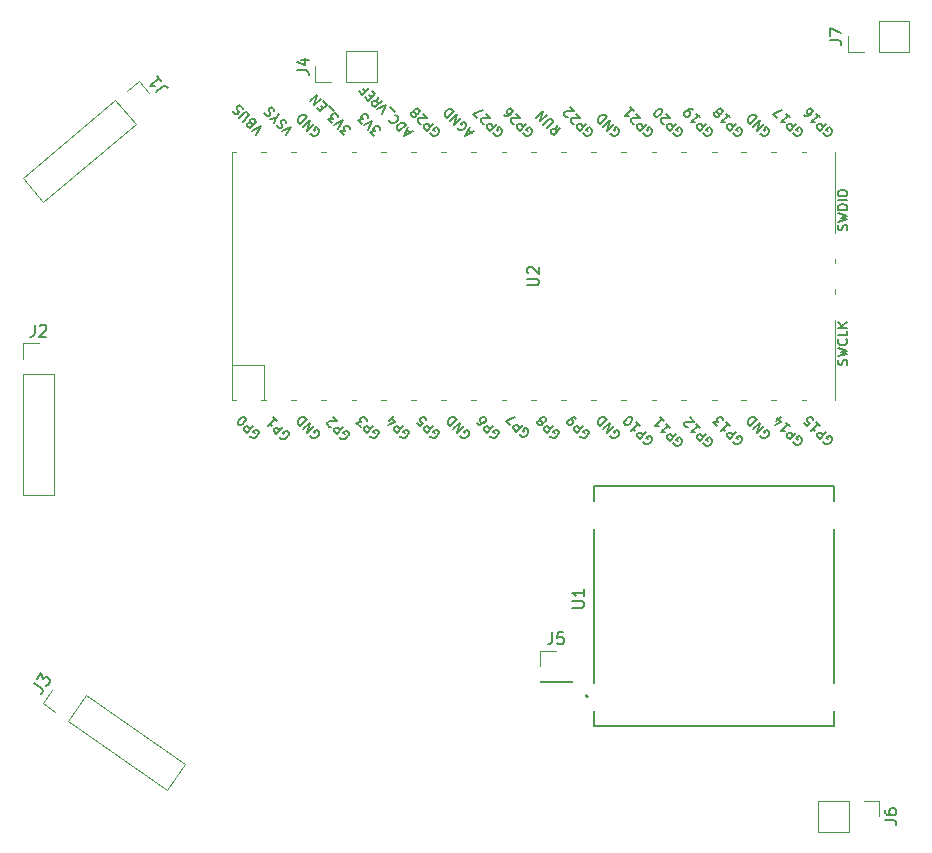
<source format=gto>
G04 #@! TF.GenerationSoftware,KiCad,Pcbnew,(6.0.9)*
G04 #@! TF.CreationDate,2022-12-03T11:20:38+05:30*
G04 #@! TF.ProjectId,micromouseus,6d696372-6f6d-46f7-9573-6575732e6b69,rev?*
G04 #@! TF.SameCoordinates,Original*
G04 #@! TF.FileFunction,Legend,Top*
G04 #@! TF.FilePolarity,Positive*
%FSLAX46Y46*%
G04 Gerber Fmt 4.6, Leading zero omitted, Abs format (unit mm)*
G04 Created by KiCad (PCBNEW (6.0.9)) date 2022-12-03 11:20:38*
%MOMM*%
%LPD*%
G01*
G04 APERTURE LIST*
G04 Aperture macros list*
%AMHorizOval*
0 Thick line with rounded ends*
0 $1 width*
0 $2 $3 position (X,Y) of the first rounded end (center of the circle)*
0 $4 $5 position (X,Y) of the second rounded end (center of the circle)*
0 Add line between two ends*
20,1,$1,$2,$3,$4,$5,0*
0 Add two circle primitives to create the rounded ends*
1,1,$1,$2,$3*
1,1,$1,$4,$5*%
%AMRotRect*
0 Rectangle, with rotation*
0 The origin of the aperture is its center*
0 $1 length*
0 $2 width*
0 $3 Rotation angle, in degrees counterclockwise*
0 Add horizontal line*
21,1,$1,$2,0,0,$3*%
G04 Aperture macros list end*
%ADD10C,0.150000*%
%ADD11C,0.120000*%
%ADD12C,0.127000*%
%ADD13C,0.200000*%
%ADD14O,1.800000X1.800000*%
%ADD15O,1.500000X1.500000*%
%ADD16O,1.700000X1.700000*%
%ADD17R,1.700000X3.500000*%
%ADD18R,1.700000X1.700000*%
%ADD19R,3.500000X1.700000*%
%ADD20C,1.980000*%
%ADD21RotRect,1.700000X1.700000X55.000000*%
%ADD22HorizOval,1.700000X0.000000X0.000000X0.000000X0.000000X0*%
%ADD23RotRect,1.700000X1.700000X310.000000*%
%ADD24HorizOval,1.700000X0.000000X0.000000X0.000000X0.000000X0*%
G04 APERTURE END LIST*
D10*
X154392380Y-76961904D02*
X155201904Y-76961904D01*
X155297142Y-76914285D01*
X155344761Y-76866666D01*
X155392380Y-76771428D01*
X155392380Y-76580952D01*
X155344761Y-76485714D01*
X155297142Y-76438095D01*
X155201904Y-76390476D01*
X154392380Y-76390476D01*
X154487619Y-75961904D02*
X154440000Y-75914285D01*
X154392380Y-75819047D01*
X154392380Y-75580952D01*
X154440000Y-75485714D01*
X154487619Y-75438095D01*
X154582857Y-75390476D01*
X154678095Y-75390476D01*
X154820952Y-75438095D01*
X155392380Y-76009523D01*
X155392380Y-75390476D01*
X166760592Y-90356277D02*
X166787529Y-90437089D01*
X166868341Y-90517902D01*
X166976091Y-90571776D01*
X167083841Y-90571776D01*
X167164653Y-90544839D01*
X167299340Y-90464027D01*
X167380152Y-90383215D01*
X167460964Y-90248528D01*
X167487902Y-90167715D01*
X167487902Y-90059966D01*
X167434027Y-89952216D01*
X167380152Y-89898341D01*
X167272402Y-89844467D01*
X167218528Y-89844467D01*
X167029966Y-90033028D01*
X167137715Y-90140778D01*
X167029966Y-89548155D02*
X166464280Y-90113841D01*
X166248781Y-89898341D01*
X166221844Y-89817529D01*
X166221844Y-89763654D01*
X166248781Y-89682842D01*
X166329593Y-89602030D01*
X166410406Y-89575093D01*
X166464280Y-89575093D01*
X166545093Y-89602030D01*
X166760592Y-89817529D01*
X166167969Y-88686158D02*
X166491218Y-89009407D01*
X166329593Y-88847783D02*
X165763908Y-89413468D01*
X165898595Y-89386531D01*
X166006345Y-89386531D01*
X166087157Y-89413468D01*
X165629221Y-88147410D02*
X165952470Y-88470659D01*
X165790845Y-88309035D02*
X165225160Y-88874720D01*
X165359847Y-88847783D01*
X165467597Y-88847783D01*
X165548409Y-88874720D01*
X149680964Y-64048402D02*
X149411590Y-63779028D01*
X149896463Y-63940653D02*
X149142216Y-64317776D01*
X149519340Y-63563529D01*
X148495719Y-63617404D02*
X148522656Y-63698216D01*
X148603468Y-63779028D01*
X148711218Y-63832903D01*
X148818967Y-63832903D01*
X148899780Y-63805966D01*
X149034467Y-63725154D01*
X149115279Y-63644341D01*
X149196091Y-63509654D01*
X149223028Y-63428842D01*
X149223028Y-63321093D01*
X149169154Y-63213343D01*
X149115279Y-63159468D01*
X149007529Y-63105593D01*
X148953654Y-63105593D01*
X148765093Y-63294155D01*
X148872842Y-63401905D01*
X148765093Y-62809282D02*
X148199407Y-63374967D01*
X148441844Y-62486033D01*
X147876158Y-63051719D01*
X148172470Y-62216659D02*
X147606784Y-62782345D01*
X147472097Y-62647658D01*
X147418223Y-62539908D01*
X147418223Y-62432158D01*
X147445160Y-62351346D01*
X147525972Y-62216659D01*
X147606784Y-62135847D01*
X147741471Y-62055035D01*
X147822284Y-62028097D01*
X147930033Y-62028097D01*
X148037783Y-62081972D01*
X148172470Y-62216659D01*
X174138155Y-64113841D02*
X174165093Y-64194653D01*
X174245905Y-64275465D01*
X174353654Y-64329340D01*
X174461404Y-64329340D01*
X174542216Y-64302402D01*
X174676903Y-64221590D01*
X174757715Y-64140778D01*
X174838528Y-64006091D01*
X174865465Y-63925279D01*
X174865465Y-63817529D01*
X174811590Y-63709780D01*
X174757715Y-63655905D01*
X174649966Y-63602030D01*
X174596091Y-63602030D01*
X174407529Y-63790592D01*
X174515279Y-63898341D01*
X174407529Y-63305719D02*
X173841844Y-63871404D01*
X174084280Y-62982470D01*
X173518595Y-63548155D01*
X173814906Y-62713096D02*
X173249221Y-63278781D01*
X173114534Y-63144094D01*
X173060659Y-63036345D01*
X173060659Y-62928595D01*
X173087597Y-62847783D01*
X173168409Y-62713096D01*
X173249221Y-62632284D01*
X173383908Y-62551471D01*
X173464720Y-62524534D01*
X173572470Y-62524534D01*
X173680219Y-62578409D01*
X173814906Y-62713096D01*
X131467309Y-64246870D02*
X131844433Y-63492622D01*
X131090186Y-63869746D01*
X130982436Y-63223248D02*
X130928561Y-63115499D01*
X130928561Y-63061624D01*
X130955499Y-62980812D01*
X131036311Y-62900000D01*
X131117123Y-62873062D01*
X131170998Y-62873062D01*
X131251810Y-62900000D01*
X131467309Y-63115499D01*
X130901624Y-63681184D01*
X130713062Y-63492622D01*
X130686125Y-63411810D01*
X130686125Y-63357935D01*
X130713062Y-63277123D01*
X130766937Y-63223248D01*
X130847749Y-63196311D01*
X130901624Y-63196311D01*
X130982436Y-63223248D01*
X131170998Y-63411810D01*
X130335938Y-63115499D02*
X130793874Y-62657563D01*
X130820812Y-62576751D01*
X130820812Y-62522876D01*
X130793874Y-62442064D01*
X130686125Y-62334314D01*
X130605312Y-62307377D01*
X130551438Y-62307377D01*
X130470625Y-62334314D01*
X130012690Y-62792250D01*
X130309001Y-62011065D02*
X130255126Y-61903316D01*
X130120439Y-61768629D01*
X130039627Y-61741691D01*
X129985752Y-61741691D01*
X129904940Y-61768629D01*
X129851065Y-61822503D01*
X129824128Y-61903316D01*
X129824128Y-61957190D01*
X129851065Y-62038003D01*
X129931877Y-62172690D01*
X129958815Y-62253502D01*
X129958815Y-62307377D01*
X129931877Y-62388189D01*
X129878003Y-62442064D01*
X129797190Y-62469001D01*
X129743316Y-62469001D01*
X129662503Y-62442064D01*
X129527816Y-62307377D01*
X129473942Y-62199627D01*
X136038155Y-64113841D02*
X136065093Y-64194653D01*
X136145905Y-64275465D01*
X136253654Y-64329340D01*
X136361404Y-64329340D01*
X136442216Y-64302402D01*
X136576903Y-64221590D01*
X136657715Y-64140778D01*
X136738528Y-64006091D01*
X136765465Y-63925279D01*
X136765465Y-63817529D01*
X136711590Y-63709780D01*
X136657715Y-63655905D01*
X136549966Y-63602030D01*
X136496091Y-63602030D01*
X136307529Y-63790592D01*
X136415279Y-63898341D01*
X136307529Y-63305719D02*
X135741844Y-63871404D01*
X135984280Y-62982470D01*
X135418595Y-63548155D01*
X135714906Y-62713096D02*
X135149221Y-63278781D01*
X135014534Y-63144094D01*
X134960659Y-63036345D01*
X134960659Y-62928595D01*
X134987597Y-62847783D01*
X135068409Y-62713096D01*
X135149221Y-62632284D01*
X135283908Y-62551471D01*
X135364720Y-62524534D01*
X135472470Y-62524534D01*
X135580219Y-62578409D01*
X135714906Y-62713096D01*
X171840592Y-90210277D02*
X171867529Y-90291089D01*
X171948341Y-90371902D01*
X172056091Y-90425776D01*
X172163841Y-90425776D01*
X172244653Y-90398839D01*
X172379340Y-90318027D01*
X172460152Y-90237215D01*
X172540964Y-90102528D01*
X172567902Y-90021715D01*
X172567902Y-89913966D01*
X172514027Y-89806216D01*
X172460152Y-89752341D01*
X172352402Y-89698467D01*
X172298528Y-89698467D01*
X172109966Y-89887028D01*
X172217715Y-89994778D01*
X172109966Y-89402155D02*
X171544280Y-89967841D01*
X171328781Y-89752341D01*
X171301844Y-89671529D01*
X171301844Y-89617654D01*
X171328781Y-89536842D01*
X171409593Y-89456030D01*
X171490406Y-89429093D01*
X171544280Y-89429093D01*
X171625093Y-89456030D01*
X171840592Y-89671529D01*
X171247969Y-88540158D02*
X171571218Y-88863407D01*
X171409593Y-88701783D02*
X170843908Y-89267468D01*
X170978595Y-89240531D01*
X171086345Y-89240531D01*
X171167157Y-89267468D01*
X170493722Y-88917282D02*
X170143536Y-88567096D01*
X170547597Y-88540158D01*
X170466784Y-88459346D01*
X170439847Y-88378534D01*
X170439847Y-88324659D01*
X170466784Y-88243847D01*
X170601471Y-88109160D01*
X170682284Y-88082223D01*
X170736158Y-88082223D01*
X170816971Y-88109160D01*
X170978595Y-88270784D01*
X171005532Y-88351597D01*
X171005532Y-88405471D01*
X144473773Y-64045211D02*
X144204399Y-63775837D01*
X144689272Y-63937462D02*
X143935025Y-64314585D01*
X144312149Y-63560338D01*
X144123587Y-63371776D02*
X143557902Y-63937462D01*
X143423215Y-63802775D01*
X143369340Y-63695025D01*
X143369340Y-63587276D01*
X143396277Y-63506463D01*
X143477089Y-63371776D01*
X143557902Y-63290964D01*
X143692589Y-63210152D01*
X143773401Y-63183215D01*
X143881150Y-63183215D01*
X143988900Y-63237089D01*
X144123587Y-63371776D01*
X143180778Y-62536717D02*
X143234653Y-62536717D01*
X143342402Y-62590592D01*
X143396277Y-62644467D01*
X143450152Y-62752216D01*
X143450152Y-62859966D01*
X143423215Y-62940778D01*
X143342402Y-63075465D01*
X143261590Y-63156277D01*
X143126903Y-63237089D01*
X143046091Y-63264027D01*
X142938341Y-63264027D01*
X142830592Y-63210152D01*
X142776717Y-63156277D01*
X142722842Y-63048528D01*
X142722842Y-62994653D01*
X143180778Y-62321218D02*
X142749780Y-61890219D01*
X142076345Y-62455905D02*
X142453468Y-61701658D01*
X141699221Y-62078781D01*
X141753096Y-61001285D02*
X141672284Y-61459221D01*
X142076345Y-61324534D02*
X141510659Y-61890219D01*
X141295160Y-61674720D01*
X141268223Y-61593908D01*
X141268223Y-61540033D01*
X141295160Y-61459221D01*
X141375972Y-61378409D01*
X141456784Y-61351471D01*
X141510659Y-61351471D01*
X141591471Y-61378409D01*
X141806971Y-61593908D01*
X141214348Y-61055160D02*
X141025786Y-60866598D01*
X141241285Y-60489475D02*
X141510659Y-60758849D01*
X140944974Y-61324534D01*
X140675600Y-61055160D01*
X140513975Y-60354788D02*
X140702537Y-60543349D01*
X140998849Y-60247038D02*
X140433163Y-60812723D01*
X140163789Y-60543349D01*
X143631218Y-89686903D02*
X143658155Y-89767715D01*
X143738967Y-89848528D01*
X143846717Y-89902402D01*
X143954467Y-89902402D01*
X144035279Y-89875465D01*
X144169966Y-89794653D01*
X144250778Y-89713841D01*
X144331590Y-89579154D01*
X144358528Y-89498341D01*
X144358528Y-89390592D01*
X144304653Y-89282842D01*
X144250778Y-89228967D01*
X144143028Y-89175093D01*
X144089154Y-89175093D01*
X143900592Y-89363654D01*
X144008341Y-89471404D01*
X143900592Y-88878781D02*
X143334906Y-89444467D01*
X143119407Y-89228967D01*
X143092470Y-89148155D01*
X143092470Y-89094280D01*
X143119407Y-89013468D01*
X143200219Y-88932656D01*
X143281032Y-88905719D01*
X143334906Y-88905719D01*
X143415719Y-88932656D01*
X143631218Y-89148155D01*
X142715346Y-88447783D02*
X143092470Y-88070659D01*
X142634534Y-88797969D02*
X143173282Y-88528595D01*
X142823096Y-88178409D01*
X153761218Y-89586903D02*
X153788155Y-89667715D01*
X153868967Y-89748528D01*
X153976717Y-89802402D01*
X154084467Y-89802402D01*
X154165279Y-89775465D01*
X154299966Y-89694653D01*
X154380778Y-89613841D01*
X154461590Y-89479154D01*
X154488528Y-89398341D01*
X154488528Y-89290592D01*
X154434653Y-89182842D01*
X154380778Y-89128967D01*
X154273028Y-89075093D01*
X154219154Y-89075093D01*
X154030592Y-89263654D01*
X154138341Y-89371404D01*
X154030592Y-88778781D02*
X153464906Y-89344467D01*
X153249407Y-89128967D01*
X153222470Y-89048155D01*
X153222470Y-88994280D01*
X153249407Y-88913468D01*
X153330219Y-88832656D01*
X153411032Y-88805719D01*
X153464906Y-88805719D01*
X153545719Y-88832656D01*
X153761218Y-89048155D01*
X152953096Y-88832656D02*
X152575972Y-88455532D01*
X153384094Y-88132284D01*
X179460592Y-90210277D02*
X179487529Y-90291089D01*
X179568341Y-90371902D01*
X179676091Y-90425776D01*
X179783841Y-90425776D01*
X179864653Y-90398839D01*
X179999340Y-90318027D01*
X180080152Y-90237215D01*
X180160964Y-90102528D01*
X180187902Y-90021715D01*
X180187902Y-89913966D01*
X180134027Y-89806216D01*
X180080152Y-89752341D01*
X179972402Y-89698467D01*
X179918528Y-89698467D01*
X179729966Y-89887028D01*
X179837715Y-89994778D01*
X179729966Y-89402155D02*
X179164280Y-89967841D01*
X178948781Y-89752341D01*
X178921844Y-89671529D01*
X178921844Y-89617654D01*
X178948781Y-89536842D01*
X179029593Y-89456030D01*
X179110406Y-89429093D01*
X179164280Y-89429093D01*
X179245093Y-89456030D01*
X179460592Y-89671529D01*
X178867969Y-88540158D02*
X179191218Y-88863407D01*
X179029593Y-88701783D02*
X178463908Y-89267468D01*
X178598595Y-89240531D01*
X178706345Y-89240531D01*
X178787157Y-89267468D01*
X177790473Y-88594033D02*
X178059847Y-88863407D01*
X178356158Y-88620971D01*
X178302284Y-88620971D01*
X178221471Y-88594033D01*
X178086784Y-88459346D01*
X178059847Y-88378534D01*
X178059847Y-88324659D01*
X178086784Y-88243847D01*
X178221471Y-88109160D01*
X178302284Y-88082223D01*
X178356158Y-88082223D01*
X178436971Y-88109160D01*
X178571658Y-88243847D01*
X178598595Y-88324659D01*
X178598595Y-88378534D01*
X176920592Y-64102277D02*
X176947529Y-64183089D01*
X177028341Y-64263902D01*
X177136091Y-64317776D01*
X177243841Y-64317776D01*
X177324653Y-64290839D01*
X177459340Y-64210027D01*
X177540152Y-64129215D01*
X177620964Y-63994528D01*
X177647902Y-63913715D01*
X177647902Y-63805966D01*
X177594027Y-63698216D01*
X177540152Y-63644341D01*
X177432402Y-63590467D01*
X177378528Y-63590467D01*
X177189966Y-63779028D01*
X177297715Y-63886778D01*
X177189966Y-63294155D02*
X176624280Y-63859841D01*
X176408781Y-63644341D01*
X176381844Y-63563529D01*
X176381844Y-63509654D01*
X176408781Y-63428842D01*
X176489593Y-63348030D01*
X176570406Y-63321093D01*
X176624280Y-63321093D01*
X176705093Y-63348030D01*
X176920592Y-63563529D01*
X176327969Y-62432158D02*
X176651218Y-62755407D01*
X176489593Y-62593783D02*
X175923908Y-63159468D01*
X176058595Y-63132531D01*
X176166345Y-63132531D01*
X176247157Y-63159468D01*
X175573722Y-62809282D02*
X175196598Y-62432158D01*
X176004720Y-62108910D01*
X154060592Y-64102277D02*
X154087529Y-64183089D01*
X154168341Y-64263902D01*
X154276091Y-64317776D01*
X154383841Y-64317776D01*
X154464653Y-64290839D01*
X154599340Y-64210027D01*
X154680152Y-64129215D01*
X154760964Y-63994528D01*
X154787902Y-63913715D01*
X154787902Y-63805966D01*
X154734027Y-63698216D01*
X154680152Y-63644341D01*
X154572402Y-63590467D01*
X154518528Y-63590467D01*
X154329966Y-63779028D01*
X154437715Y-63886778D01*
X154329966Y-63294155D02*
X153764280Y-63859841D01*
X153548781Y-63644341D01*
X153521844Y-63563529D01*
X153521844Y-63509654D01*
X153548781Y-63428842D01*
X153629593Y-63348030D01*
X153710406Y-63321093D01*
X153764280Y-63321093D01*
X153845093Y-63348030D01*
X154060592Y-63563529D01*
X153279407Y-63267218D02*
X153225532Y-63267218D01*
X153144720Y-63240280D01*
X153010033Y-63105593D01*
X152983096Y-63024781D01*
X152983096Y-62970906D01*
X153010033Y-62890094D01*
X153063908Y-62836219D01*
X153171658Y-62782345D01*
X153818155Y-62782345D01*
X153467969Y-62432158D01*
X152417410Y-62512971D02*
X152525160Y-62620720D01*
X152605972Y-62647658D01*
X152659847Y-62647658D01*
X152794534Y-62620720D01*
X152929221Y-62539908D01*
X153144720Y-62324409D01*
X153171658Y-62243597D01*
X153171658Y-62189722D01*
X153144720Y-62108910D01*
X153036971Y-62001160D01*
X152956158Y-61974223D01*
X152902284Y-61974223D01*
X152821471Y-62001160D01*
X152686784Y-62135847D01*
X152659847Y-62216659D01*
X152659847Y-62270534D01*
X152686784Y-62351346D01*
X152794534Y-62459096D01*
X152875346Y-62486033D01*
X152929221Y-62486033D01*
X153010033Y-62459096D01*
X181463809Y-83709523D02*
X181501904Y-83595238D01*
X181501904Y-83404761D01*
X181463809Y-83328571D01*
X181425714Y-83290476D01*
X181349523Y-83252380D01*
X181273333Y-83252380D01*
X181197142Y-83290476D01*
X181159047Y-83328571D01*
X181120952Y-83404761D01*
X181082857Y-83557142D01*
X181044761Y-83633333D01*
X181006666Y-83671428D01*
X180930476Y-83709523D01*
X180854285Y-83709523D01*
X180778095Y-83671428D01*
X180740000Y-83633333D01*
X180701904Y-83557142D01*
X180701904Y-83366666D01*
X180740000Y-83252380D01*
X180701904Y-82985714D02*
X181501904Y-82795238D01*
X180930476Y-82642857D01*
X181501904Y-82490476D01*
X180701904Y-82300000D01*
X181425714Y-81538095D02*
X181463809Y-81576190D01*
X181501904Y-81690476D01*
X181501904Y-81766666D01*
X181463809Y-81880952D01*
X181387619Y-81957142D01*
X181311428Y-81995238D01*
X181159047Y-82033333D01*
X181044761Y-82033333D01*
X180892380Y-81995238D01*
X180816190Y-81957142D01*
X180740000Y-81880952D01*
X180701904Y-81766666D01*
X180701904Y-81690476D01*
X180740000Y-81576190D01*
X180778095Y-81538095D01*
X181501904Y-80814285D02*
X181501904Y-81195238D01*
X180701904Y-81195238D01*
X181501904Y-80547619D02*
X180701904Y-80547619D01*
X181501904Y-80090476D02*
X181044761Y-80433333D01*
X180701904Y-80090476D02*
X181159047Y-80547619D01*
X138898308Y-64277868D02*
X138548122Y-63927682D01*
X138952183Y-63900744D01*
X138871370Y-63819932D01*
X138844433Y-63739120D01*
X138844433Y-63685245D01*
X138871370Y-63604433D01*
X139006057Y-63469746D01*
X139086870Y-63442809D01*
X139140744Y-63442809D01*
X139221557Y-63469746D01*
X139383181Y-63631370D01*
X139410118Y-63712183D01*
X139410118Y-63766057D01*
X138386497Y-63766057D02*
X138763621Y-63011810D01*
X138009374Y-63388934D01*
X137874687Y-63254247D02*
X137524500Y-62904061D01*
X137928561Y-62877123D01*
X137847749Y-62796311D01*
X137820812Y-62715499D01*
X137820812Y-62661624D01*
X137847749Y-62580812D01*
X137982436Y-62446125D01*
X138063248Y-62419187D01*
X138117123Y-62419187D01*
X138197935Y-62446125D01*
X138359560Y-62607749D01*
X138386497Y-62688561D01*
X138386497Y-62742436D01*
X138036311Y-62176751D02*
X137605312Y-61745752D01*
X137120439Y-61961251D02*
X136931877Y-61772690D01*
X137147377Y-61395566D02*
X137416751Y-61664940D01*
X136851065Y-62230625D01*
X136581691Y-61961251D01*
X136904940Y-61153129D02*
X136339255Y-61718815D01*
X136581691Y-60829881D01*
X136016006Y-61395566D01*
X141430592Y-64310152D02*
X141080406Y-63959966D01*
X141484467Y-63933028D01*
X141403654Y-63852216D01*
X141376717Y-63771404D01*
X141376717Y-63717529D01*
X141403654Y-63636717D01*
X141538341Y-63502030D01*
X141619154Y-63475093D01*
X141673028Y-63475093D01*
X141753841Y-63502030D01*
X141915465Y-63663654D01*
X141942402Y-63744467D01*
X141942402Y-63798341D01*
X140918781Y-63798341D02*
X141295905Y-63044094D01*
X140541658Y-63421218D01*
X140406971Y-63286531D02*
X140056784Y-62936345D01*
X140460845Y-62909407D01*
X140380033Y-62828595D01*
X140353096Y-62747783D01*
X140353096Y-62693908D01*
X140380033Y-62613096D01*
X140514720Y-62478409D01*
X140595532Y-62451471D01*
X140649407Y-62451471D01*
X140730219Y-62478409D01*
X140891844Y-62640033D01*
X140918781Y-62720845D01*
X140918781Y-62774720D01*
X156331218Y-89686903D02*
X156358155Y-89767715D01*
X156438967Y-89848528D01*
X156546717Y-89902402D01*
X156654467Y-89902402D01*
X156735279Y-89875465D01*
X156869966Y-89794653D01*
X156950778Y-89713841D01*
X157031590Y-89579154D01*
X157058528Y-89498341D01*
X157058528Y-89390592D01*
X157004653Y-89282842D01*
X156950778Y-89228967D01*
X156843028Y-89175093D01*
X156789154Y-89175093D01*
X156600592Y-89363654D01*
X156708341Y-89471404D01*
X156600592Y-88878781D02*
X156034906Y-89444467D01*
X155819407Y-89228967D01*
X155792470Y-89148155D01*
X155792470Y-89094280D01*
X155819407Y-89013468D01*
X155900219Y-88932656D01*
X155981032Y-88905719D01*
X156034906Y-88905719D01*
X156115719Y-88932656D01*
X156331218Y-89148155D01*
X155630845Y-88555532D02*
X155657783Y-88636345D01*
X155657783Y-88690219D01*
X155630845Y-88771032D01*
X155603908Y-88797969D01*
X155523096Y-88824906D01*
X155469221Y-88824906D01*
X155388409Y-88797969D01*
X155280659Y-88690219D01*
X155253722Y-88609407D01*
X155253722Y-88555532D01*
X155280659Y-88474720D01*
X155307597Y-88447783D01*
X155388409Y-88420845D01*
X155442284Y-88420845D01*
X155523096Y-88447783D01*
X155630845Y-88555532D01*
X155711658Y-88582470D01*
X155765532Y-88582470D01*
X155846345Y-88555532D01*
X155954094Y-88447783D01*
X155981032Y-88366971D01*
X155981032Y-88313096D01*
X155954094Y-88232284D01*
X155846345Y-88124534D01*
X155765532Y-88097597D01*
X155711658Y-88097597D01*
X155630845Y-88124534D01*
X155523096Y-88232284D01*
X155496158Y-88313096D01*
X155496158Y-88366971D01*
X155523096Y-88447783D01*
X179460592Y-64102277D02*
X179487529Y-64183089D01*
X179568341Y-64263902D01*
X179676091Y-64317776D01*
X179783841Y-64317776D01*
X179864653Y-64290839D01*
X179999340Y-64210027D01*
X180080152Y-64129215D01*
X180160964Y-63994528D01*
X180187902Y-63913715D01*
X180187902Y-63805966D01*
X180134027Y-63698216D01*
X180080152Y-63644341D01*
X179972402Y-63590467D01*
X179918528Y-63590467D01*
X179729966Y-63779028D01*
X179837715Y-63886778D01*
X179729966Y-63294155D02*
X179164280Y-63859841D01*
X178948781Y-63644341D01*
X178921844Y-63563529D01*
X178921844Y-63509654D01*
X178948781Y-63428842D01*
X179029593Y-63348030D01*
X179110406Y-63321093D01*
X179164280Y-63321093D01*
X179245093Y-63348030D01*
X179460592Y-63563529D01*
X178867969Y-62432158D02*
X179191218Y-62755407D01*
X179029593Y-62593783D02*
X178463908Y-63159468D01*
X178598595Y-63132531D01*
X178706345Y-63132531D01*
X178787157Y-63159468D01*
X177817410Y-62512971D02*
X177925160Y-62620720D01*
X178005972Y-62647658D01*
X178059847Y-62647658D01*
X178194534Y-62620720D01*
X178329221Y-62539908D01*
X178544720Y-62324409D01*
X178571658Y-62243597D01*
X178571658Y-62189722D01*
X178544720Y-62108910D01*
X178436971Y-62001160D01*
X178356158Y-61974223D01*
X178302284Y-61974223D01*
X178221471Y-62001160D01*
X178086784Y-62135847D01*
X178059847Y-62216659D01*
X178059847Y-62270534D01*
X178086784Y-62351346D01*
X178194534Y-62459096D01*
X178275346Y-62486033D01*
X178329221Y-62486033D01*
X178410033Y-62459096D01*
X161438155Y-64113841D02*
X161465093Y-64194653D01*
X161545905Y-64275465D01*
X161653654Y-64329340D01*
X161761404Y-64329340D01*
X161842216Y-64302402D01*
X161976903Y-64221590D01*
X162057715Y-64140778D01*
X162138528Y-64006091D01*
X162165465Y-63925279D01*
X162165465Y-63817529D01*
X162111590Y-63709780D01*
X162057715Y-63655905D01*
X161949966Y-63602030D01*
X161896091Y-63602030D01*
X161707529Y-63790592D01*
X161815279Y-63898341D01*
X161707529Y-63305719D02*
X161141844Y-63871404D01*
X161384280Y-62982470D01*
X160818595Y-63548155D01*
X161114906Y-62713096D02*
X160549221Y-63278781D01*
X160414534Y-63144094D01*
X160360659Y-63036345D01*
X160360659Y-62928595D01*
X160387597Y-62847783D01*
X160468409Y-62713096D01*
X160549221Y-62632284D01*
X160683908Y-62551471D01*
X160764720Y-62524534D01*
X160872470Y-62524534D01*
X160980219Y-62578409D01*
X161114906Y-62713096D01*
X148738155Y-89713841D02*
X148765093Y-89794653D01*
X148845905Y-89875465D01*
X148953654Y-89929340D01*
X149061404Y-89929340D01*
X149142216Y-89902402D01*
X149276903Y-89821590D01*
X149357715Y-89740778D01*
X149438528Y-89606091D01*
X149465465Y-89525279D01*
X149465465Y-89417529D01*
X149411590Y-89309780D01*
X149357715Y-89255905D01*
X149249966Y-89202030D01*
X149196091Y-89202030D01*
X149007529Y-89390592D01*
X149115279Y-89498341D01*
X149007529Y-88905719D02*
X148441844Y-89471404D01*
X148684280Y-88582470D01*
X148118595Y-89148155D01*
X148414906Y-88313096D02*
X147849221Y-88878781D01*
X147714534Y-88744094D01*
X147660659Y-88636345D01*
X147660659Y-88528595D01*
X147687597Y-88447783D01*
X147768409Y-88313096D01*
X147849221Y-88232284D01*
X147983908Y-88151471D01*
X148064720Y-88124534D01*
X148172470Y-88124534D01*
X148280219Y-88178409D01*
X148414906Y-88313096D01*
X146186592Y-64102277D02*
X146213529Y-64183089D01*
X146294341Y-64263902D01*
X146402091Y-64317776D01*
X146509841Y-64317776D01*
X146590653Y-64290839D01*
X146725340Y-64210027D01*
X146806152Y-64129215D01*
X146886964Y-63994528D01*
X146913902Y-63913715D01*
X146913902Y-63805966D01*
X146860027Y-63698216D01*
X146806152Y-63644341D01*
X146698402Y-63590467D01*
X146644528Y-63590467D01*
X146455966Y-63779028D01*
X146563715Y-63886778D01*
X146455966Y-63294155D02*
X145890280Y-63859841D01*
X145674781Y-63644341D01*
X145647844Y-63563529D01*
X145647844Y-63509654D01*
X145674781Y-63428842D01*
X145755593Y-63348030D01*
X145836406Y-63321093D01*
X145890280Y-63321093D01*
X145971093Y-63348030D01*
X146186592Y-63563529D01*
X145405407Y-63267218D02*
X145351532Y-63267218D01*
X145270720Y-63240280D01*
X145136033Y-63105593D01*
X145109096Y-63024781D01*
X145109096Y-62970906D01*
X145136033Y-62890094D01*
X145189908Y-62836219D01*
X145297658Y-62782345D01*
X145944155Y-62782345D01*
X145593969Y-62432158D01*
X144947471Y-62432158D02*
X144974409Y-62512971D01*
X144974409Y-62566845D01*
X144947471Y-62647658D01*
X144920534Y-62674595D01*
X144839722Y-62701532D01*
X144785847Y-62701532D01*
X144705035Y-62674595D01*
X144597285Y-62566845D01*
X144570348Y-62486033D01*
X144570348Y-62432158D01*
X144597285Y-62351346D01*
X144624223Y-62324409D01*
X144705035Y-62297471D01*
X144758910Y-62297471D01*
X144839722Y-62324409D01*
X144947471Y-62432158D01*
X145028284Y-62459096D01*
X145082158Y-62459096D01*
X145162971Y-62432158D01*
X145270720Y-62324409D01*
X145297658Y-62243597D01*
X145297658Y-62189722D01*
X145270720Y-62108910D01*
X145162971Y-62001160D01*
X145082158Y-61974223D01*
X145028284Y-61974223D01*
X144947471Y-62001160D01*
X144839722Y-62108910D01*
X144812784Y-62189722D01*
X144812784Y-62243597D01*
X144839722Y-62324409D01*
X158871218Y-89686903D02*
X158898155Y-89767715D01*
X158978967Y-89848528D01*
X159086717Y-89902402D01*
X159194467Y-89902402D01*
X159275279Y-89875465D01*
X159409966Y-89794653D01*
X159490778Y-89713841D01*
X159571590Y-89579154D01*
X159598528Y-89498341D01*
X159598528Y-89390592D01*
X159544653Y-89282842D01*
X159490778Y-89228967D01*
X159383028Y-89175093D01*
X159329154Y-89175093D01*
X159140592Y-89363654D01*
X159248341Y-89471404D01*
X159140592Y-88878781D02*
X158574906Y-89444467D01*
X158359407Y-89228967D01*
X158332470Y-89148155D01*
X158332470Y-89094280D01*
X158359407Y-89013468D01*
X158440219Y-88932656D01*
X158521032Y-88905719D01*
X158574906Y-88905719D01*
X158655719Y-88932656D01*
X158871218Y-89148155D01*
X158547969Y-88286158D02*
X158440219Y-88178409D01*
X158359407Y-88151471D01*
X158305532Y-88151471D01*
X158170845Y-88178409D01*
X158036158Y-88259221D01*
X157820659Y-88474720D01*
X157793722Y-88555532D01*
X157793722Y-88609407D01*
X157820659Y-88690219D01*
X157928409Y-88797969D01*
X158009221Y-88824906D01*
X158063096Y-88824906D01*
X158143908Y-88797969D01*
X158278595Y-88663282D01*
X158305532Y-88582470D01*
X158305532Y-88528595D01*
X158278595Y-88447783D01*
X158170845Y-88340033D01*
X158090033Y-88313096D01*
X158036158Y-88313096D01*
X157955346Y-88340033D01*
X181463809Y-72295238D02*
X181501904Y-72180952D01*
X181501904Y-71990476D01*
X181463809Y-71914285D01*
X181425714Y-71876190D01*
X181349523Y-71838095D01*
X181273333Y-71838095D01*
X181197142Y-71876190D01*
X181159047Y-71914285D01*
X181120952Y-71990476D01*
X181082857Y-72142857D01*
X181044761Y-72219047D01*
X181006666Y-72257142D01*
X180930476Y-72295238D01*
X180854285Y-72295238D01*
X180778095Y-72257142D01*
X180740000Y-72219047D01*
X180701904Y-72142857D01*
X180701904Y-71952380D01*
X180740000Y-71838095D01*
X180701904Y-71571428D02*
X181501904Y-71380952D01*
X180930476Y-71228571D01*
X181501904Y-71076190D01*
X180701904Y-70885714D01*
X181501904Y-70580952D02*
X180701904Y-70580952D01*
X180701904Y-70390476D01*
X180740000Y-70276190D01*
X180816190Y-70200000D01*
X180892380Y-70161904D01*
X181044761Y-70123809D01*
X181159047Y-70123809D01*
X181311428Y-70161904D01*
X181387619Y-70200000D01*
X181463809Y-70276190D01*
X181501904Y-70390476D01*
X181501904Y-70580952D01*
X181501904Y-69780952D02*
X180701904Y-69780952D01*
X180701904Y-69247619D02*
X180701904Y-69095238D01*
X180740000Y-69019047D01*
X180816190Y-68942857D01*
X180968571Y-68904761D01*
X181235238Y-68904761D01*
X181387619Y-68942857D01*
X181463809Y-69019047D01*
X181501904Y-69095238D01*
X181501904Y-69247619D01*
X181463809Y-69323809D01*
X181387619Y-69400000D01*
X181235238Y-69438095D01*
X180968571Y-69438095D01*
X180816190Y-69400000D01*
X180740000Y-69323809D01*
X180701904Y-69247619D01*
X146171218Y-89686903D02*
X146198155Y-89767715D01*
X146278967Y-89848528D01*
X146386717Y-89902402D01*
X146494467Y-89902402D01*
X146575279Y-89875465D01*
X146709966Y-89794653D01*
X146790778Y-89713841D01*
X146871590Y-89579154D01*
X146898528Y-89498341D01*
X146898528Y-89390592D01*
X146844653Y-89282842D01*
X146790778Y-89228967D01*
X146683028Y-89175093D01*
X146629154Y-89175093D01*
X146440592Y-89363654D01*
X146548341Y-89471404D01*
X146440592Y-88878781D02*
X145874906Y-89444467D01*
X145659407Y-89228967D01*
X145632470Y-89148155D01*
X145632470Y-89094280D01*
X145659407Y-89013468D01*
X145740219Y-88932656D01*
X145821032Y-88905719D01*
X145874906Y-88905719D01*
X145955719Y-88932656D01*
X146171218Y-89148155D01*
X145039847Y-88609407D02*
X145309221Y-88878781D01*
X145605532Y-88636345D01*
X145551658Y-88636345D01*
X145470845Y-88609407D01*
X145336158Y-88474720D01*
X145309221Y-88393908D01*
X145309221Y-88340033D01*
X145336158Y-88259221D01*
X145470845Y-88124534D01*
X145551658Y-88097597D01*
X145605532Y-88097597D01*
X145686345Y-88124534D01*
X145821032Y-88259221D01*
X145847969Y-88340033D01*
X145847969Y-88393908D01*
X130931218Y-89686903D02*
X130958155Y-89767715D01*
X131038967Y-89848528D01*
X131146717Y-89902402D01*
X131254467Y-89902402D01*
X131335279Y-89875465D01*
X131469966Y-89794653D01*
X131550778Y-89713841D01*
X131631590Y-89579154D01*
X131658528Y-89498341D01*
X131658528Y-89390592D01*
X131604653Y-89282842D01*
X131550778Y-89228967D01*
X131443028Y-89175093D01*
X131389154Y-89175093D01*
X131200592Y-89363654D01*
X131308341Y-89471404D01*
X131200592Y-88878781D02*
X130634906Y-89444467D01*
X130419407Y-89228967D01*
X130392470Y-89148155D01*
X130392470Y-89094280D01*
X130419407Y-89013468D01*
X130500219Y-88932656D01*
X130581032Y-88905719D01*
X130634906Y-88905719D01*
X130715719Y-88932656D01*
X130931218Y-89148155D01*
X129961471Y-88771032D02*
X129907597Y-88717157D01*
X129880659Y-88636345D01*
X129880659Y-88582470D01*
X129907597Y-88501658D01*
X129988409Y-88366971D01*
X130123096Y-88232284D01*
X130257783Y-88151471D01*
X130338595Y-88124534D01*
X130392470Y-88124534D01*
X130473282Y-88151471D01*
X130527157Y-88205346D01*
X130554094Y-88286158D01*
X130554094Y-88340033D01*
X130527157Y-88420845D01*
X130446345Y-88555532D01*
X130311658Y-88690219D01*
X130176971Y-88771032D01*
X130096158Y-88797969D01*
X130042284Y-88797969D01*
X129961471Y-88771032D01*
X141091218Y-89686903D02*
X141118155Y-89767715D01*
X141198967Y-89848528D01*
X141306717Y-89902402D01*
X141414467Y-89902402D01*
X141495279Y-89875465D01*
X141629966Y-89794653D01*
X141710778Y-89713841D01*
X141791590Y-89579154D01*
X141818528Y-89498341D01*
X141818528Y-89390592D01*
X141764653Y-89282842D01*
X141710778Y-89228967D01*
X141603028Y-89175093D01*
X141549154Y-89175093D01*
X141360592Y-89363654D01*
X141468341Y-89471404D01*
X141360592Y-88878781D02*
X140794906Y-89444467D01*
X140579407Y-89228967D01*
X140552470Y-89148155D01*
X140552470Y-89094280D01*
X140579407Y-89013468D01*
X140660219Y-88932656D01*
X140741032Y-88905719D01*
X140794906Y-88905719D01*
X140875719Y-88932656D01*
X141091218Y-89148155D01*
X140283096Y-88932656D02*
X139932910Y-88582470D01*
X140336971Y-88555532D01*
X140256158Y-88474720D01*
X140229221Y-88393908D01*
X140229221Y-88340033D01*
X140256158Y-88259221D01*
X140390845Y-88124534D01*
X140471658Y-88097597D01*
X140525532Y-88097597D01*
X140606345Y-88124534D01*
X140767969Y-88286158D01*
X140794906Y-88366971D01*
X140794906Y-88420845D01*
X174138155Y-89713841D02*
X174165093Y-89794653D01*
X174245905Y-89875465D01*
X174353654Y-89929340D01*
X174461404Y-89929340D01*
X174542216Y-89902402D01*
X174676903Y-89821590D01*
X174757715Y-89740778D01*
X174838528Y-89606091D01*
X174865465Y-89525279D01*
X174865465Y-89417529D01*
X174811590Y-89309780D01*
X174757715Y-89255905D01*
X174649966Y-89202030D01*
X174596091Y-89202030D01*
X174407529Y-89390592D01*
X174515279Y-89498341D01*
X174407529Y-88905719D02*
X173841844Y-89471404D01*
X174084280Y-88582470D01*
X173518595Y-89148155D01*
X173814906Y-88313096D02*
X173249221Y-88878781D01*
X173114534Y-88744094D01*
X173060659Y-88636345D01*
X173060659Y-88528595D01*
X173087597Y-88447783D01*
X173168409Y-88313096D01*
X173249221Y-88232284D01*
X173383908Y-88151471D01*
X173464720Y-88124534D01*
X173572470Y-88124534D01*
X173680219Y-88178409D01*
X173814906Y-88313096D01*
X136038155Y-89713841D02*
X136065093Y-89794653D01*
X136145905Y-89875465D01*
X136253654Y-89929340D01*
X136361404Y-89929340D01*
X136442216Y-89902402D01*
X136576903Y-89821590D01*
X136657715Y-89740778D01*
X136738528Y-89606091D01*
X136765465Y-89525279D01*
X136765465Y-89417529D01*
X136711590Y-89309780D01*
X136657715Y-89255905D01*
X136549966Y-89202030D01*
X136496091Y-89202030D01*
X136307529Y-89390592D01*
X136415279Y-89498341D01*
X136307529Y-88905719D02*
X135741844Y-89471404D01*
X135984280Y-88582470D01*
X135418595Y-89148155D01*
X135714906Y-88313096D02*
X135149221Y-88878781D01*
X135014534Y-88744094D01*
X134960659Y-88636345D01*
X134960659Y-88528595D01*
X134987597Y-88447783D01*
X135068409Y-88313096D01*
X135149221Y-88232284D01*
X135283908Y-88151471D01*
X135364720Y-88124534D01*
X135472470Y-88124534D01*
X135580219Y-88178409D01*
X135714906Y-88313096D01*
X166760592Y-64102277D02*
X166787529Y-64183089D01*
X166868341Y-64263902D01*
X166976091Y-64317776D01*
X167083841Y-64317776D01*
X167164653Y-64290839D01*
X167299340Y-64210027D01*
X167380152Y-64129215D01*
X167460964Y-63994528D01*
X167487902Y-63913715D01*
X167487902Y-63805966D01*
X167434027Y-63698216D01*
X167380152Y-63644341D01*
X167272402Y-63590467D01*
X167218528Y-63590467D01*
X167029966Y-63779028D01*
X167137715Y-63886778D01*
X167029966Y-63294155D02*
X166464280Y-63859841D01*
X166248781Y-63644341D01*
X166221844Y-63563529D01*
X166221844Y-63509654D01*
X166248781Y-63428842D01*
X166329593Y-63348030D01*
X166410406Y-63321093D01*
X166464280Y-63321093D01*
X166545093Y-63348030D01*
X166760592Y-63563529D01*
X165979407Y-63267218D02*
X165925532Y-63267218D01*
X165844720Y-63240280D01*
X165710033Y-63105593D01*
X165683096Y-63024781D01*
X165683096Y-62970906D01*
X165710033Y-62890094D01*
X165763908Y-62836219D01*
X165871658Y-62782345D01*
X166518155Y-62782345D01*
X166167969Y-62432158D01*
X165252097Y-62647658D02*
X165198223Y-62593783D01*
X165171285Y-62512971D01*
X165171285Y-62459096D01*
X165198223Y-62378284D01*
X165279035Y-62243597D01*
X165413722Y-62108910D01*
X165548409Y-62028097D01*
X165629221Y-62001160D01*
X165683096Y-62001160D01*
X165763908Y-62028097D01*
X165817783Y-62081972D01*
X165844720Y-62162784D01*
X165844720Y-62216659D01*
X165817783Y-62297471D01*
X165736971Y-62432158D01*
X165602284Y-62566845D01*
X165467597Y-62647658D01*
X165386784Y-62674595D01*
X165332910Y-62674595D01*
X165252097Y-62647658D01*
X169300592Y-64102277D02*
X169327529Y-64183089D01*
X169408341Y-64263902D01*
X169516091Y-64317776D01*
X169623841Y-64317776D01*
X169704653Y-64290839D01*
X169839340Y-64210027D01*
X169920152Y-64129215D01*
X170000964Y-63994528D01*
X170027902Y-63913715D01*
X170027902Y-63805966D01*
X169974027Y-63698216D01*
X169920152Y-63644341D01*
X169812402Y-63590467D01*
X169758528Y-63590467D01*
X169569966Y-63779028D01*
X169677715Y-63886778D01*
X169569966Y-63294155D02*
X169004280Y-63859841D01*
X168788781Y-63644341D01*
X168761844Y-63563529D01*
X168761844Y-63509654D01*
X168788781Y-63428842D01*
X168869593Y-63348030D01*
X168950406Y-63321093D01*
X169004280Y-63321093D01*
X169085093Y-63348030D01*
X169300592Y-63563529D01*
X168707969Y-62432158D02*
X169031218Y-62755407D01*
X168869593Y-62593783D02*
X168303908Y-63159468D01*
X168438595Y-63132531D01*
X168546345Y-63132531D01*
X168627157Y-63159468D01*
X168438595Y-62162784D02*
X168330845Y-62055035D01*
X168250033Y-62028097D01*
X168196158Y-62028097D01*
X168061471Y-62055035D01*
X167926784Y-62135847D01*
X167711285Y-62351346D01*
X167684348Y-62432158D01*
X167684348Y-62486033D01*
X167711285Y-62566845D01*
X167819035Y-62674595D01*
X167899847Y-62701532D01*
X167953722Y-62701532D01*
X168034534Y-62674595D01*
X168169221Y-62539908D01*
X168196158Y-62459096D01*
X168196158Y-62405221D01*
X168169221Y-62324409D01*
X168061471Y-62216659D01*
X167980659Y-62189722D01*
X167926784Y-62189722D01*
X167845972Y-62216659D01*
X138551218Y-89786903D02*
X138578155Y-89867715D01*
X138658967Y-89948528D01*
X138766717Y-90002402D01*
X138874467Y-90002402D01*
X138955279Y-89975465D01*
X139089966Y-89894653D01*
X139170778Y-89813841D01*
X139251590Y-89679154D01*
X139278528Y-89598341D01*
X139278528Y-89490592D01*
X139224653Y-89382842D01*
X139170778Y-89328967D01*
X139063028Y-89275093D01*
X139009154Y-89275093D01*
X138820592Y-89463654D01*
X138928341Y-89571404D01*
X138820592Y-88978781D02*
X138254906Y-89544467D01*
X138039407Y-89328967D01*
X138012470Y-89248155D01*
X138012470Y-89194280D01*
X138039407Y-89113468D01*
X138120219Y-89032656D01*
X138201032Y-89005719D01*
X138254906Y-89005719D01*
X138335719Y-89032656D01*
X138551218Y-89248155D01*
X137770033Y-88951844D02*
X137716158Y-88951844D01*
X137635346Y-88924906D01*
X137500659Y-88790219D01*
X137473722Y-88709407D01*
X137473722Y-88655532D01*
X137500659Y-88574720D01*
X137554534Y-88520845D01*
X137662284Y-88466971D01*
X138308781Y-88466971D01*
X137958595Y-88116784D01*
X171840592Y-64102277D02*
X171867529Y-64183089D01*
X171948341Y-64263902D01*
X172056091Y-64317776D01*
X172163841Y-64317776D01*
X172244653Y-64290839D01*
X172379340Y-64210027D01*
X172460152Y-64129215D01*
X172540964Y-63994528D01*
X172567902Y-63913715D01*
X172567902Y-63805966D01*
X172514027Y-63698216D01*
X172460152Y-63644341D01*
X172352402Y-63590467D01*
X172298528Y-63590467D01*
X172109966Y-63779028D01*
X172217715Y-63886778D01*
X172109966Y-63294155D02*
X171544280Y-63859841D01*
X171328781Y-63644341D01*
X171301844Y-63563529D01*
X171301844Y-63509654D01*
X171328781Y-63428842D01*
X171409593Y-63348030D01*
X171490406Y-63321093D01*
X171544280Y-63321093D01*
X171625093Y-63348030D01*
X171840592Y-63563529D01*
X171247969Y-62432158D02*
X171571218Y-62755407D01*
X171409593Y-62593783D02*
X170843908Y-63159468D01*
X170978595Y-63132531D01*
X171086345Y-63132531D01*
X171167157Y-63159468D01*
X170601471Y-62432158D02*
X170628409Y-62512971D01*
X170628409Y-62566845D01*
X170601471Y-62647658D01*
X170574534Y-62674595D01*
X170493722Y-62701532D01*
X170439847Y-62701532D01*
X170359035Y-62674595D01*
X170251285Y-62566845D01*
X170224348Y-62486033D01*
X170224348Y-62432158D01*
X170251285Y-62351346D01*
X170278223Y-62324409D01*
X170359035Y-62297471D01*
X170412910Y-62297471D01*
X170493722Y-62324409D01*
X170601471Y-62432158D01*
X170682284Y-62459096D01*
X170736158Y-62459096D01*
X170816971Y-62432158D01*
X170924720Y-62324409D01*
X170951658Y-62243597D01*
X170951658Y-62189722D01*
X170924720Y-62108910D01*
X170816971Y-62001160D01*
X170736158Y-61974223D01*
X170682284Y-61974223D01*
X170601471Y-62001160D01*
X170493722Y-62108910D01*
X170466784Y-62189722D01*
X170466784Y-62243597D01*
X170493722Y-62324409D01*
X151251218Y-89686903D02*
X151278155Y-89767715D01*
X151358967Y-89848528D01*
X151466717Y-89902402D01*
X151574467Y-89902402D01*
X151655279Y-89875465D01*
X151789966Y-89794653D01*
X151870778Y-89713841D01*
X151951590Y-89579154D01*
X151978528Y-89498341D01*
X151978528Y-89390592D01*
X151924653Y-89282842D01*
X151870778Y-89228967D01*
X151763028Y-89175093D01*
X151709154Y-89175093D01*
X151520592Y-89363654D01*
X151628341Y-89471404D01*
X151520592Y-88878781D02*
X150954906Y-89444467D01*
X150739407Y-89228967D01*
X150712470Y-89148155D01*
X150712470Y-89094280D01*
X150739407Y-89013468D01*
X150820219Y-88932656D01*
X150901032Y-88905719D01*
X150954906Y-88905719D01*
X151035719Y-88932656D01*
X151251218Y-89148155D01*
X150146784Y-88636345D02*
X150254534Y-88744094D01*
X150335346Y-88771032D01*
X150389221Y-88771032D01*
X150523908Y-88744094D01*
X150658595Y-88663282D01*
X150874094Y-88447783D01*
X150901032Y-88366971D01*
X150901032Y-88313096D01*
X150874094Y-88232284D01*
X150766345Y-88124534D01*
X150685532Y-88097597D01*
X150631658Y-88097597D01*
X150550845Y-88124534D01*
X150416158Y-88259221D01*
X150389221Y-88340033D01*
X150389221Y-88393908D01*
X150416158Y-88474720D01*
X150523908Y-88582470D01*
X150604720Y-88609407D01*
X150658595Y-88609407D01*
X150739407Y-88582470D01*
X164230592Y-64102277D02*
X164257529Y-64183089D01*
X164338341Y-64263902D01*
X164446091Y-64317776D01*
X164553841Y-64317776D01*
X164634653Y-64290839D01*
X164769340Y-64210027D01*
X164850152Y-64129215D01*
X164930964Y-63994528D01*
X164957902Y-63913715D01*
X164957902Y-63805966D01*
X164904027Y-63698216D01*
X164850152Y-63644341D01*
X164742402Y-63590467D01*
X164688528Y-63590467D01*
X164499966Y-63779028D01*
X164607715Y-63886778D01*
X164499966Y-63294155D02*
X163934280Y-63859841D01*
X163718781Y-63644341D01*
X163691844Y-63563529D01*
X163691844Y-63509654D01*
X163718781Y-63428842D01*
X163799593Y-63348030D01*
X163880406Y-63321093D01*
X163934280Y-63321093D01*
X164015093Y-63348030D01*
X164230592Y-63563529D01*
X163449407Y-63267218D02*
X163395532Y-63267218D01*
X163314720Y-63240280D01*
X163180033Y-63105593D01*
X163153096Y-63024781D01*
X163153096Y-62970906D01*
X163180033Y-62890094D01*
X163233908Y-62836219D01*
X163341658Y-62782345D01*
X163988155Y-62782345D01*
X163637969Y-62432158D01*
X163099221Y-61893410D02*
X163422470Y-62216659D01*
X163260845Y-62055035D02*
X162695160Y-62620720D01*
X162829847Y-62593783D01*
X162937597Y-62593783D01*
X163018409Y-62620720D01*
X159140592Y-64102277D02*
X159167529Y-64183089D01*
X159248341Y-64263902D01*
X159356091Y-64317776D01*
X159463841Y-64317776D01*
X159544653Y-64290839D01*
X159679340Y-64210027D01*
X159760152Y-64129215D01*
X159840964Y-63994528D01*
X159867902Y-63913715D01*
X159867902Y-63805966D01*
X159814027Y-63698216D01*
X159760152Y-63644341D01*
X159652402Y-63590467D01*
X159598528Y-63590467D01*
X159409966Y-63779028D01*
X159517715Y-63886778D01*
X159409966Y-63294155D02*
X158844280Y-63859841D01*
X158628781Y-63644341D01*
X158601844Y-63563529D01*
X158601844Y-63509654D01*
X158628781Y-63428842D01*
X158709593Y-63348030D01*
X158790406Y-63321093D01*
X158844280Y-63321093D01*
X158925093Y-63348030D01*
X159140592Y-63563529D01*
X158359407Y-63267218D02*
X158305532Y-63267218D01*
X158224720Y-63240280D01*
X158090033Y-63105593D01*
X158063096Y-63024781D01*
X158063096Y-62970906D01*
X158090033Y-62890094D01*
X158143908Y-62836219D01*
X158251658Y-62782345D01*
X158898155Y-62782345D01*
X158547969Y-62432158D01*
X157820659Y-62728470D02*
X157766784Y-62728470D01*
X157685972Y-62701532D01*
X157551285Y-62566845D01*
X157524348Y-62486033D01*
X157524348Y-62432158D01*
X157551285Y-62351346D01*
X157605160Y-62297471D01*
X157712910Y-62243597D01*
X158359407Y-62243597D01*
X158009221Y-61893410D01*
X161438155Y-89713841D02*
X161465093Y-89794653D01*
X161545905Y-89875465D01*
X161653654Y-89929340D01*
X161761404Y-89929340D01*
X161842216Y-89902402D01*
X161976903Y-89821590D01*
X162057715Y-89740778D01*
X162138528Y-89606091D01*
X162165465Y-89525279D01*
X162165465Y-89417529D01*
X162111590Y-89309780D01*
X162057715Y-89255905D01*
X161949966Y-89202030D01*
X161896091Y-89202030D01*
X161707529Y-89390592D01*
X161815279Y-89498341D01*
X161707529Y-88905719D02*
X161141844Y-89471404D01*
X161384280Y-88582470D01*
X160818595Y-89148155D01*
X161114906Y-88313096D02*
X160549221Y-88878781D01*
X160414534Y-88744094D01*
X160360659Y-88636345D01*
X160360659Y-88528595D01*
X160387597Y-88447783D01*
X160468409Y-88313096D01*
X160549221Y-88232284D01*
X160683908Y-88151471D01*
X160764720Y-88124534D01*
X160872470Y-88124534D01*
X160980219Y-88178409D01*
X161114906Y-88313096D01*
X176920592Y-90256277D02*
X176947529Y-90337089D01*
X177028341Y-90417902D01*
X177136091Y-90471776D01*
X177243841Y-90471776D01*
X177324653Y-90444839D01*
X177459340Y-90364027D01*
X177540152Y-90283215D01*
X177620964Y-90148528D01*
X177647902Y-90067715D01*
X177647902Y-89959966D01*
X177594027Y-89852216D01*
X177540152Y-89798341D01*
X177432402Y-89744467D01*
X177378528Y-89744467D01*
X177189966Y-89933028D01*
X177297715Y-90040778D01*
X177189966Y-89448155D02*
X176624280Y-90013841D01*
X176408781Y-89798341D01*
X176381844Y-89717529D01*
X176381844Y-89663654D01*
X176408781Y-89582842D01*
X176489593Y-89502030D01*
X176570406Y-89475093D01*
X176624280Y-89475093D01*
X176705093Y-89502030D01*
X176920592Y-89717529D01*
X176327969Y-88586158D02*
X176651218Y-88909407D01*
X176489593Y-88747783D02*
X175923908Y-89313468D01*
X176058595Y-89286531D01*
X176166345Y-89286531D01*
X176247157Y-89313468D01*
X175465972Y-88478409D02*
X175843096Y-88101285D01*
X175385160Y-88828595D02*
X175923908Y-88559221D01*
X175573722Y-88209035D01*
X134009966Y-64279526D02*
X134387089Y-63525279D01*
X133632842Y-63902402D01*
X134009966Y-63202030D02*
X133956091Y-63094280D01*
X133821404Y-62959593D01*
X133740592Y-62932656D01*
X133686717Y-62932656D01*
X133605905Y-62959593D01*
X133552030Y-63013468D01*
X133525093Y-63094280D01*
X133525093Y-63148155D01*
X133552030Y-63228967D01*
X133632842Y-63363654D01*
X133659780Y-63444467D01*
X133659780Y-63498341D01*
X133632842Y-63579154D01*
X133578967Y-63633028D01*
X133498155Y-63659966D01*
X133444280Y-63659966D01*
X133363468Y-63633028D01*
X133228781Y-63498341D01*
X133174906Y-63390592D01*
X133094094Y-62771032D02*
X133363468Y-62501658D01*
X132986345Y-63255905D02*
X133094094Y-62771032D01*
X132609221Y-62878781D01*
X132986345Y-62178409D02*
X132932470Y-62070659D01*
X132797783Y-61935972D01*
X132716971Y-61909035D01*
X132663096Y-61909035D01*
X132582284Y-61935972D01*
X132528409Y-61989847D01*
X132501471Y-62070659D01*
X132501471Y-62124534D01*
X132528409Y-62205346D01*
X132609221Y-62340033D01*
X132636158Y-62420845D01*
X132636158Y-62474720D01*
X132609221Y-62555532D01*
X132555346Y-62609407D01*
X132474534Y-62636345D01*
X132420659Y-62636345D01*
X132339847Y-62609407D01*
X132205160Y-62474720D01*
X132151285Y-62366971D01*
X169300592Y-90356277D02*
X169327529Y-90437089D01*
X169408341Y-90517902D01*
X169516091Y-90571776D01*
X169623841Y-90571776D01*
X169704653Y-90544839D01*
X169839340Y-90464027D01*
X169920152Y-90383215D01*
X170000964Y-90248528D01*
X170027902Y-90167715D01*
X170027902Y-90059966D01*
X169974027Y-89952216D01*
X169920152Y-89898341D01*
X169812402Y-89844467D01*
X169758528Y-89844467D01*
X169569966Y-90033028D01*
X169677715Y-90140778D01*
X169569966Y-89548155D02*
X169004280Y-90113841D01*
X168788781Y-89898341D01*
X168761844Y-89817529D01*
X168761844Y-89763654D01*
X168788781Y-89682842D01*
X168869593Y-89602030D01*
X168950406Y-89575093D01*
X169004280Y-89575093D01*
X169085093Y-89602030D01*
X169300592Y-89817529D01*
X168707969Y-88686158D02*
X169031218Y-89009407D01*
X168869593Y-88847783D02*
X168303908Y-89413468D01*
X168438595Y-89386531D01*
X168546345Y-89386531D01*
X168627157Y-89413468D01*
X167980659Y-88982470D02*
X167926784Y-88982470D01*
X167845972Y-88955532D01*
X167711285Y-88820845D01*
X167684348Y-88740033D01*
X167684348Y-88686158D01*
X167711285Y-88605346D01*
X167765160Y-88551471D01*
X167872910Y-88497597D01*
X168519407Y-88497597D01*
X168169221Y-88147410D01*
X133461218Y-89786903D02*
X133488155Y-89867715D01*
X133568967Y-89948528D01*
X133676717Y-90002402D01*
X133784467Y-90002402D01*
X133865279Y-89975465D01*
X133999966Y-89894653D01*
X134080778Y-89813841D01*
X134161590Y-89679154D01*
X134188528Y-89598341D01*
X134188528Y-89490592D01*
X134134653Y-89382842D01*
X134080778Y-89328967D01*
X133973028Y-89275093D01*
X133919154Y-89275093D01*
X133730592Y-89463654D01*
X133838341Y-89571404D01*
X133730592Y-88978781D02*
X133164906Y-89544467D01*
X132949407Y-89328967D01*
X132922470Y-89248155D01*
X132922470Y-89194280D01*
X132949407Y-89113468D01*
X133030219Y-89032656D01*
X133111032Y-89005719D01*
X133164906Y-89005719D01*
X133245719Y-89032656D01*
X133461218Y-89248155D01*
X132868595Y-88116784D02*
X133191844Y-88440033D01*
X133030219Y-88278409D02*
X132464534Y-88844094D01*
X132599221Y-88817157D01*
X132706971Y-88817157D01*
X132787783Y-88844094D01*
X164220592Y-90210277D02*
X164247529Y-90291089D01*
X164328341Y-90371902D01*
X164436091Y-90425776D01*
X164543841Y-90425776D01*
X164624653Y-90398839D01*
X164759340Y-90318027D01*
X164840152Y-90237215D01*
X164920964Y-90102528D01*
X164947902Y-90021715D01*
X164947902Y-89913966D01*
X164894027Y-89806216D01*
X164840152Y-89752341D01*
X164732402Y-89698467D01*
X164678528Y-89698467D01*
X164489966Y-89887028D01*
X164597715Y-89994778D01*
X164489966Y-89402155D02*
X163924280Y-89967841D01*
X163708781Y-89752341D01*
X163681844Y-89671529D01*
X163681844Y-89617654D01*
X163708781Y-89536842D01*
X163789593Y-89456030D01*
X163870406Y-89429093D01*
X163924280Y-89429093D01*
X164005093Y-89456030D01*
X164220592Y-89671529D01*
X163627969Y-88540158D02*
X163951218Y-88863407D01*
X163789593Y-88701783D02*
X163223908Y-89267468D01*
X163358595Y-89240531D01*
X163466345Y-89240531D01*
X163547157Y-89267468D01*
X162712097Y-88755658D02*
X162658223Y-88701783D01*
X162631285Y-88620971D01*
X162631285Y-88567096D01*
X162658223Y-88486284D01*
X162739035Y-88351597D01*
X162873722Y-88216910D01*
X163008409Y-88136097D01*
X163089221Y-88109160D01*
X163143096Y-88109160D01*
X163223908Y-88136097D01*
X163277783Y-88189972D01*
X163304720Y-88270784D01*
X163304720Y-88324659D01*
X163277783Y-88405471D01*
X163196971Y-88540158D01*
X163062284Y-88674845D01*
X162927597Y-88755658D01*
X162846784Y-88782595D01*
X162792910Y-88782595D01*
X162712097Y-88755658D01*
X156883435Y-63361624D02*
X156802622Y-63819560D01*
X157206683Y-63684873D02*
X156640998Y-64250558D01*
X156425499Y-64035059D01*
X156398561Y-63954247D01*
X156398561Y-63900372D01*
X156425499Y-63819560D01*
X156506311Y-63738748D01*
X156587123Y-63711810D01*
X156640998Y-63711810D01*
X156721810Y-63738748D01*
X156937309Y-63954247D01*
X156075312Y-63684873D02*
X156533248Y-63226937D01*
X156560186Y-63146125D01*
X156560186Y-63092250D01*
X156533248Y-63011438D01*
X156425499Y-62903688D01*
X156344687Y-62876751D01*
X156290812Y-62876751D01*
X156210000Y-62903688D01*
X155752064Y-63361624D01*
X156048375Y-62526564D02*
X155482690Y-63092250D01*
X155725126Y-62203316D01*
X155159441Y-62769001D01*
X151530592Y-64102277D02*
X151557529Y-64183089D01*
X151638341Y-64263902D01*
X151746091Y-64317776D01*
X151853841Y-64317776D01*
X151934653Y-64290839D01*
X152069340Y-64210027D01*
X152150152Y-64129215D01*
X152230964Y-63994528D01*
X152257902Y-63913715D01*
X152257902Y-63805966D01*
X152204027Y-63698216D01*
X152150152Y-63644341D01*
X152042402Y-63590467D01*
X151988528Y-63590467D01*
X151799966Y-63779028D01*
X151907715Y-63886778D01*
X151799966Y-63294155D02*
X151234280Y-63859841D01*
X151018781Y-63644341D01*
X150991844Y-63563529D01*
X150991844Y-63509654D01*
X151018781Y-63428842D01*
X151099593Y-63348030D01*
X151180406Y-63321093D01*
X151234280Y-63321093D01*
X151315093Y-63348030D01*
X151530592Y-63563529D01*
X150749407Y-63267218D02*
X150695532Y-63267218D01*
X150614720Y-63240280D01*
X150480033Y-63105593D01*
X150453096Y-63024781D01*
X150453096Y-62970906D01*
X150480033Y-62890094D01*
X150533908Y-62836219D01*
X150641658Y-62782345D01*
X151288155Y-62782345D01*
X150937969Y-62432158D01*
X150183722Y-62809282D02*
X149806598Y-62432158D01*
X150614720Y-62108910D01*
X158202380Y-104266904D02*
X159011904Y-104266904D01*
X159107142Y-104219285D01*
X159154761Y-104171666D01*
X159202380Y-104076428D01*
X159202380Y-103885952D01*
X159154761Y-103790714D01*
X159107142Y-103743095D01*
X159011904Y-103695476D01*
X158202380Y-103695476D01*
X159202380Y-102695476D02*
X159202380Y-103266904D01*
X159202380Y-102981190D02*
X158202380Y-102981190D01*
X158345238Y-103076428D01*
X158440476Y-103171666D01*
X158488095Y-103266904D01*
X112670308Y-110643748D02*
X113255417Y-111053445D01*
X113345125Y-111174392D01*
X113368513Y-111307033D01*
X113325581Y-111451368D01*
X113270955Y-111529382D01*
X112888813Y-110331690D02*
X113243885Y-109824596D01*
X113364750Y-110316152D01*
X113446690Y-110199130D01*
X113540323Y-110148429D01*
X113606644Y-110136735D01*
X113711971Y-110152354D01*
X113907008Y-110288920D01*
X113957709Y-110382553D01*
X113969403Y-110448874D01*
X113953784Y-110554201D01*
X113789905Y-110788245D01*
X113696271Y-110838946D01*
X113629951Y-110850640D01*
X180002380Y-56213333D02*
X180716666Y-56213333D01*
X180859523Y-56260952D01*
X180954761Y-56356190D01*
X181002380Y-56499047D01*
X181002380Y-56594285D01*
X180002380Y-55832380D02*
X180002380Y-55165714D01*
X181002380Y-55594285D01*
X184662380Y-122253333D02*
X185376666Y-122253333D01*
X185519523Y-122300952D01*
X185614761Y-122396190D01*
X185662380Y-122539047D01*
X185662380Y-122634285D01*
X184662380Y-121348571D02*
X184662380Y-121539047D01*
X184710000Y-121634285D01*
X184757619Y-121681904D01*
X184900476Y-121777142D01*
X185090952Y-121824761D01*
X185471904Y-121824761D01*
X185567142Y-121777142D01*
X185614761Y-121729523D01*
X185662380Y-121634285D01*
X185662380Y-121443809D01*
X185614761Y-121348571D01*
X185567142Y-121300952D01*
X185471904Y-121253333D01*
X185233809Y-121253333D01*
X185138571Y-121300952D01*
X185090952Y-121348571D01*
X185043333Y-121443809D01*
X185043333Y-121634285D01*
X185090952Y-121729523D01*
X185138571Y-121777142D01*
X185233809Y-121824761D01*
X122942322Y-60617508D02*
X123489496Y-60158374D01*
X123629540Y-60103026D01*
X123763714Y-60114765D01*
X123892020Y-60193591D01*
X123953237Y-60266547D01*
X123065578Y-59208676D02*
X123432886Y-59646416D01*
X123249232Y-59427546D02*
X122483188Y-60070334D01*
X122653840Y-60051464D01*
X122788015Y-60063202D01*
X122885711Y-60105550D01*
X156511666Y-106342380D02*
X156511666Y-107056666D01*
X156464047Y-107199523D01*
X156368809Y-107294761D01*
X156225952Y-107342380D01*
X156130714Y-107342380D01*
X157464047Y-106342380D02*
X156987857Y-106342380D01*
X156940238Y-106818571D01*
X156987857Y-106770952D01*
X157083095Y-106723333D01*
X157321190Y-106723333D01*
X157416428Y-106770952D01*
X157464047Y-106818571D01*
X157511666Y-106913809D01*
X157511666Y-107151904D01*
X157464047Y-107247142D01*
X157416428Y-107294761D01*
X157321190Y-107342380D01*
X157083095Y-107342380D01*
X156987857Y-107294761D01*
X156940238Y-107247142D01*
X112696666Y-80312380D02*
X112696666Y-81026666D01*
X112649047Y-81169523D01*
X112553809Y-81264761D01*
X112410952Y-81312380D01*
X112315714Y-81312380D01*
X113125238Y-80407619D02*
X113172857Y-80360000D01*
X113268095Y-80312380D01*
X113506190Y-80312380D01*
X113601428Y-80360000D01*
X113649047Y-80407619D01*
X113696666Y-80502857D01*
X113696666Y-80598095D01*
X113649047Y-80740952D01*
X113077619Y-81312380D01*
X113696666Y-81312380D01*
X134912380Y-58753333D02*
X135626666Y-58753333D01*
X135769523Y-58800952D01*
X135864761Y-58896190D01*
X135912380Y-59039047D01*
X135912380Y-59134285D01*
X135245714Y-57848571D02*
X135912380Y-57848571D01*
X134864761Y-58086666D02*
X135579047Y-58324761D01*
X135579047Y-57705714D01*
D11*
X159840000Y-65700000D02*
X160240000Y-65700000D01*
X131840000Y-86700000D02*
X132240000Y-86700000D01*
X134440000Y-86700000D02*
X134840000Y-86700000D01*
X164940000Y-65700000D02*
X165340000Y-65700000D01*
X180440000Y-79900000D02*
X180440000Y-86700000D01*
X154740000Y-65700000D02*
X155140000Y-65700000D01*
X177640000Y-65700000D02*
X178040000Y-65700000D01*
X131840000Y-65700000D02*
X132240000Y-65700000D01*
X132107000Y-83693000D02*
X129440000Y-83693000D01*
X149640000Y-65700000D02*
X150040000Y-65700000D01*
X129440000Y-86700000D02*
X129440000Y-65700000D01*
X175040000Y-86700000D02*
X175440000Y-86700000D01*
X152240000Y-86700000D02*
X152640000Y-86700000D01*
X177640000Y-86700000D02*
X178040000Y-86700000D01*
X139540000Y-86700000D02*
X139940000Y-86700000D01*
X149640000Y-86700000D02*
X150040000Y-86700000D01*
X152240000Y-65700000D02*
X152640000Y-65700000D01*
X180440000Y-65700000D02*
X180440000Y-72500000D01*
X139540000Y-65700000D02*
X139940000Y-65700000D01*
X162340000Y-86700000D02*
X162740000Y-86700000D01*
X132107000Y-86700000D02*
X132107000Y-83693000D01*
X147140000Y-86700000D02*
X147540000Y-86700000D01*
X159840000Y-86700000D02*
X160240000Y-86700000D01*
X180440000Y-77700000D02*
X180440000Y-77300000D01*
X142040000Y-86700000D02*
X142440000Y-86700000D01*
X134440000Y-65700000D02*
X134840000Y-65700000D01*
X170040000Y-86700000D02*
X170440000Y-86700000D01*
X180440000Y-75100000D02*
X180440000Y-74700000D01*
X142040000Y-65700000D02*
X142440000Y-65700000D01*
X164940000Y-86700000D02*
X165340000Y-86700000D01*
X157240000Y-65700000D02*
X157640000Y-65700000D01*
X144540000Y-86700000D02*
X144940000Y-86700000D01*
X154740000Y-86700000D02*
X155140000Y-86700000D01*
X172540000Y-86700000D02*
X172940000Y-86700000D01*
X167440000Y-86700000D02*
X167840000Y-86700000D01*
X162340000Y-65700000D02*
X162740000Y-65700000D01*
X144540000Y-65700000D02*
X144940000Y-65700000D01*
X172540000Y-65700000D02*
X172940000Y-65700000D01*
X147140000Y-65700000D02*
X147540000Y-65700000D01*
X129440000Y-86700000D02*
X129740000Y-86700000D01*
X175040000Y-65700000D02*
X175440000Y-65700000D01*
X167440000Y-65700000D02*
X167840000Y-65700000D01*
X136940000Y-65700000D02*
X137340000Y-65700000D01*
X157240000Y-86700000D02*
X157640000Y-86700000D01*
X129440000Y-65700000D02*
X129740000Y-65700000D01*
X136940000Y-86700000D02*
X137340000Y-86700000D01*
X170040000Y-65700000D02*
X170440000Y-65700000D01*
D12*
X180340000Y-113030000D02*
X180340000Y-114300000D01*
X180340000Y-110640000D02*
X180340000Y-97640000D01*
X160020000Y-110640000D02*
X160020000Y-97640000D01*
X160020000Y-113030000D02*
X160020000Y-114300000D01*
X180340000Y-95250000D02*
X180340000Y-93980000D01*
X160020000Y-114300000D02*
X180340000Y-114300000D01*
X160020000Y-95250000D02*
X160020000Y-93980000D01*
X180340000Y-93980000D02*
X160020000Y-93980000D01*
D13*
X159551800Y-111760000D02*
G75*
G03*
X159551800Y-111760000I-100000J0D01*
G01*
D11*
X115496174Y-113839146D02*
X123867908Y-119701097D01*
X117021888Y-111660202D02*
X125393622Y-117522153D01*
X123867908Y-119701097D02*
X125393622Y-117522153D01*
X114455851Y-113110704D02*
X113366379Y-112347848D01*
X113366379Y-112347848D02*
X114129236Y-111258375D01*
X115496174Y-113839146D02*
X117021888Y-111660202D01*
X184150000Y-57210000D02*
X186750000Y-57210000D01*
X181550000Y-57210000D02*
X181550000Y-55880000D01*
X186750000Y-57210000D02*
X186750000Y-54550000D01*
X184150000Y-54550000D02*
X186750000Y-54550000D01*
X182880000Y-57210000D02*
X181550000Y-57210000D01*
X184150000Y-57210000D02*
X184150000Y-54550000D01*
X182880000Y-120590000D02*
X184210000Y-120590000D01*
X184210000Y-120590000D02*
X184210000Y-121920000D01*
X181610000Y-123250000D02*
X179010000Y-123250000D01*
X179010000Y-120590000D02*
X179010000Y-123250000D01*
X181610000Y-120590000D02*
X179010000Y-120590000D01*
X181610000Y-120590000D02*
X181610000Y-123250000D01*
X119534892Y-61305354D02*
X121244707Y-63343032D01*
X121244707Y-63343032D02*
X113415733Y-69912322D01*
X121526608Y-59634106D02*
X122381515Y-60652945D01*
X119534892Y-61305354D02*
X111705918Y-67874644D01*
X120507768Y-60489014D02*
X121526608Y-59634106D01*
X111705918Y-67874644D02*
X113415733Y-69912322D01*
X155515000Y-110490000D02*
X158175000Y-110490000D01*
X155515000Y-110490000D02*
X155515000Y-110550000D01*
X155515000Y-107890000D02*
X156845000Y-107890000D01*
X158175000Y-110490000D02*
X158175000Y-110550000D01*
X155515000Y-110550000D02*
X158175000Y-110550000D01*
X155515000Y-109220000D02*
X155515000Y-107890000D01*
X114360000Y-84460000D02*
X114360000Y-94680000D01*
X111700000Y-84460000D02*
X111700000Y-94680000D01*
X111700000Y-94680000D02*
X114360000Y-94680000D01*
X111700000Y-81860000D02*
X113030000Y-81860000D01*
X111700000Y-84460000D02*
X114360000Y-84460000D01*
X111700000Y-83190000D02*
X111700000Y-81860000D01*
X137790000Y-59750000D02*
X136460000Y-59750000D01*
X141660000Y-59750000D02*
X141660000Y-57090000D01*
X139060000Y-59750000D02*
X141660000Y-59750000D01*
X139060000Y-57090000D02*
X141660000Y-57090000D01*
X139060000Y-59750000D02*
X139060000Y-57090000D01*
X136460000Y-59750000D02*
X136460000Y-58420000D01*
%LPC*%
D14*
X130940000Y-73475000D03*
X130940000Y-78925000D03*
D15*
X133970000Y-78625000D03*
X133970000Y-73775000D03*
D16*
X130810000Y-85090000D03*
D17*
X130810000Y-85990000D03*
D16*
X133350000Y-85090000D03*
D17*
X133350000Y-85990000D03*
X135890000Y-85990000D03*
D18*
X135890000Y-85090000D03*
D16*
X138430000Y-85090000D03*
D17*
X138430000Y-85990000D03*
D16*
X140970000Y-85090000D03*
D17*
X140970000Y-85990000D03*
D16*
X143510000Y-85090000D03*
D17*
X143510000Y-85990000D03*
X146050000Y-85990000D03*
D16*
X146050000Y-85090000D03*
D18*
X148590000Y-85090000D03*
D17*
X148590000Y-85990000D03*
X151130000Y-85990000D03*
D16*
X151130000Y-85090000D03*
X153670000Y-85090000D03*
D17*
X153670000Y-85990000D03*
X156210000Y-85990000D03*
D16*
X156210000Y-85090000D03*
X158750000Y-85090000D03*
D17*
X158750000Y-85990000D03*
D18*
X161290000Y-85090000D03*
D17*
X161290000Y-85990000D03*
X163830000Y-85990000D03*
D16*
X163830000Y-85090000D03*
X166370000Y-85090000D03*
D17*
X166370000Y-85990000D03*
X168910000Y-85990000D03*
D16*
X168910000Y-85090000D03*
D17*
X171450000Y-85990000D03*
D16*
X171450000Y-85090000D03*
D17*
X173990000Y-85990000D03*
D18*
X173990000Y-85090000D03*
D16*
X176530000Y-85090000D03*
D17*
X176530000Y-85990000D03*
X179070000Y-85990000D03*
D16*
X179070000Y-85090000D03*
D17*
X179070000Y-66410000D03*
D16*
X179070000Y-67310000D03*
D17*
X176530000Y-66410000D03*
D16*
X176530000Y-67310000D03*
D17*
X173990000Y-66410000D03*
D18*
X173990000Y-67310000D03*
D16*
X171450000Y-67310000D03*
D17*
X171450000Y-66410000D03*
X168910000Y-66410000D03*
D16*
X168910000Y-67310000D03*
D17*
X166370000Y-66410000D03*
D16*
X166370000Y-67310000D03*
X163830000Y-67310000D03*
D17*
X163830000Y-66410000D03*
D18*
X161290000Y-67310000D03*
D17*
X161290000Y-66410000D03*
D16*
X158750000Y-67310000D03*
D17*
X158750000Y-66410000D03*
X156210000Y-66410000D03*
D16*
X156210000Y-67310000D03*
X153670000Y-67310000D03*
D17*
X153670000Y-66410000D03*
D16*
X151130000Y-67310000D03*
D17*
X151130000Y-66410000D03*
X148590000Y-66410000D03*
D18*
X148590000Y-67310000D03*
D17*
X146050000Y-66410000D03*
D16*
X146050000Y-67310000D03*
D17*
X143510000Y-66410000D03*
D16*
X143510000Y-67310000D03*
X140970000Y-67310000D03*
D17*
X140970000Y-66410000D03*
X138430000Y-66410000D03*
D16*
X138430000Y-67310000D03*
D17*
X135890000Y-66410000D03*
D18*
X135890000Y-67310000D03*
D17*
X133350000Y-66410000D03*
D16*
X133350000Y-67310000D03*
X130810000Y-67310000D03*
D17*
X130810000Y-66410000D03*
D19*
X179740000Y-78740000D03*
D16*
X178840000Y-78740000D03*
D18*
X178840000Y-76200000D03*
D19*
X179740000Y-76200000D03*
D16*
X178840000Y-73660000D03*
D19*
X179740000Y-73660000D03*
D20*
X161290000Y-111760000D03*
X163830000Y-111760000D03*
X166370000Y-111760000D03*
X168910000Y-111760000D03*
X171450000Y-111760000D03*
X173990000Y-111760000D03*
X176530000Y-111760000D03*
X179070000Y-111760000D03*
X179070000Y-96520000D03*
X176530000Y-96520000D03*
X173990000Y-96520000D03*
X171450000Y-96520000D03*
X168910000Y-96520000D03*
X166370000Y-96520000D03*
X163830000Y-96520000D03*
X161290000Y-96520000D03*
D21*
X115218708Y-112021232D03*
D22*
X117299354Y-113478116D03*
X119380000Y-114935000D03*
X121460647Y-116391884D03*
X123541293Y-117848769D03*
D18*
X182880000Y-55880000D03*
D16*
X185420000Y-55880000D03*
D18*
X182880000Y-121920000D03*
D16*
X180340000Y-121920000D03*
D23*
X121362676Y-61507853D03*
D24*
X119416923Y-63140534D03*
X117471170Y-64773214D03*
X115525417Y-66405895D03*
X113579664Y-68038575D03*
D18*
X156845000Y-109220000D03*
X113030000Y-83190000D03*
D16*
X113030000Y-85730000D03*
X113030000Y-88270000D03*
X113030000Y-90810000D03*
X113030000Y-93350000D03*
D18*
X137790000Y-58420000D03*
D16*
X140330000Y-58420000D03*
M02*

</source>
